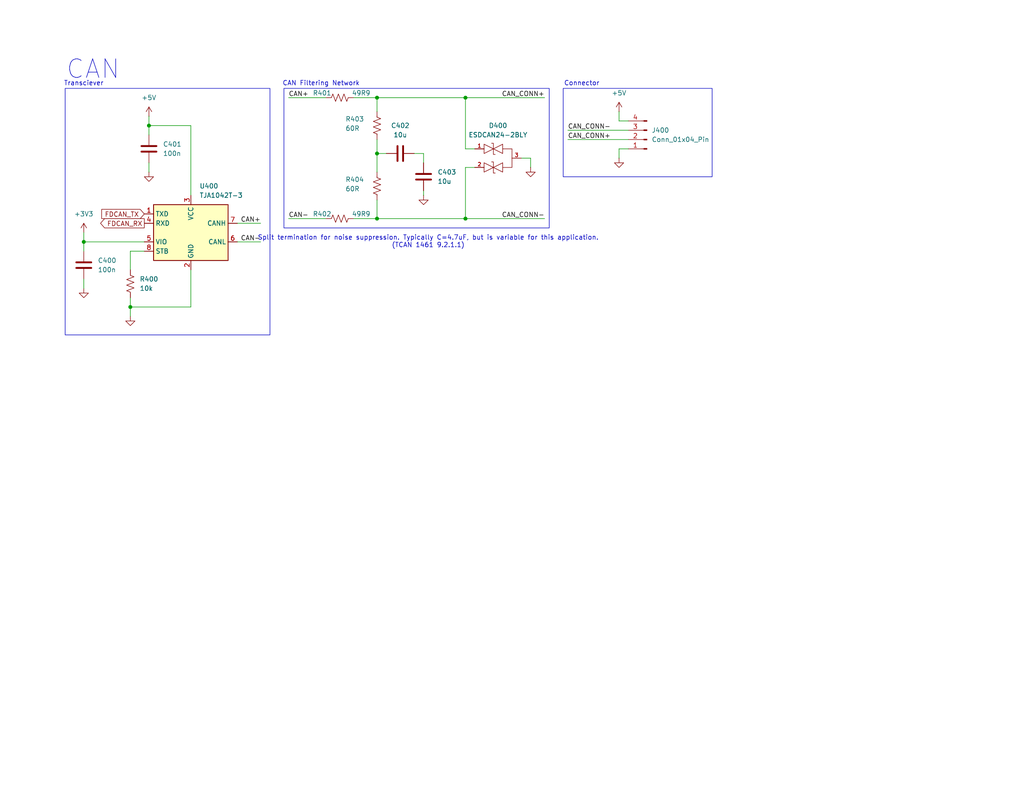
<source format=kicad_sch>
(kicad_sch (version 20250114) (generator "eeschema") (generator_version "9.0")
  (paper "USLetter")
  (title_block (title "Thermocouple Board") (date "2025-10-07") (rev "1A") (company "Aggie Propulsion and Rocketry Lab") (comment 1 "Drawn by: Nolan Poe") (comment 2 "Checked by: Daniel Fan"))
  (lib_symbols
    (symbol "Connector:Conn_01x04_Pin" (pin_names (offset 1.016) (hide yes))
      (property "Reference" "J" (at 0 5.08 0))
      (property "Value" "Conn_01x04_Pin" (at 0 -7.62 0))
      (symbol "Conn_01x04_Pin_1_1"
        (rectangle (start 0.8636 2.667) (end 0 2.413) (stroke (width 0.1524)) (fill (type outline)))
        (rectangle (start 0.8636 0.127) (end 0 -0.127) (stroke (width 0.1524)) (fill (type outline)))
        (rectangle (start 0.8636 -2.413) (end 0 -2.667) (stroke (width 0.1524)) (fill (type outline)))
        (rectangle (start 0.8636 -4.953) (end 0 -5.207) (stroke (width 0.1524)) (fill (type outline)))
        (polyline (pts (xy 1.27 2.54) (xy 0.8636 2.54)) (stroke (width 0.1524)))
        (polyline (pts (xy 1.27 0) (xy 0.8636 0)) (stroke (width 0.1524)))
        (polyline (pts (xy 1.27 -2.54) (xy 0.8636 -2.54)) (stroke (width 0.1524)))
        (polyline (pts (xy 1.27 -5.08) (xy 0.8636 -5.08)) (stroke (width 0.1524)))
        (pin passive line (at 5.08 2.54 180) (length 3.81) (name "Pin_1") (number "1"))
        (pin passive line (at 5.08 0 180) (length 3.81) (name "Pin_2") (number "2"))
        (pin passive line (at 5.08 -2.54 180) (length 3.81) (name "Pin_3") (number "3"))
        (pin passive line (at 5.08 -5.08 180) (length 3.81) (name "Pin_4") (number "4"))
      )
    )
    (symbol "Device:C" (pin_numbers (hide yes)) (pin_names (offset 0.254))
      (property "Reference" "C" (at 0.635 2.54 0))
      (property "Value" "C" (at 0.635 -2.54 0))
      (symbol "C_0_1"
        (polyline (pts (xy -2.032 0.762) (xy 2.032 0.762)) (stroke (width 0.508)))
        (polyline (pts (xy -2.032 -0.762) (xy 2.032 -0.762)) (stroke (width 0.508)))
      )
      (symbol "C_1_1"
        (pin passive line (at 0 3.81 270) (length 2.794) (name "~") (number "1"))
        (pin passive line (at 0 -3.81 90) (length 2.794) (name "~") (number "2"))
      )
    )
    (symbol "Device:R_US" (pin_numbers (hide yes)) (pin_names (offset 0))
      (property "Reference" "R" (at 2.54 0 90))
      (property "Value" "R_US" (at -2.54 0 90))
      (symbol "R_US_0_1"
        (polyline (pts (xy 0 2.286) (xy 0 2.54)))
        (polyline (pts (xy 0 2.286) (xy 1.016 1.905) (xy 0 1.524) (xy -1.016 1.143) (xy 0 0.762)))
        (polyline (pts (xy 0 0.762) (xy 1.016 0.381) (xy 0 0) (xy -1.016 -0.381) (xy 0 -0.762)))
        (polyline (pts (xy 0 -0.762) (xy 1.016 -1.143) (xy 0 -1.524) (xy -1.016 -1.905) (xy 0 -2.286)))
        (polyline (pts (xy 0 -2.286) (xy 0 -2.54)))
      )
      (symbol "R_US_1_1"
        (pin passive line (at 0 3.81 270) (length 1.27) (name "~") (number "1"))
        (pin passive line (at 0 -3.81 90) (length 1.27) (name "~") (number "2"))
      )
    )
    (symbol "Interface_CAN_LIN:TJA1042T-3"
      (property "Reference" "U" (at -10.16 8.89 0))
      (property "Value" "TJA1042T-3" (at 1.27 8.89 0))
      (symbol "TJA1042T-3_0_1"
        (rectangle (start -10.16 7.62) (end 10.16 -7.62) (stroke (width 0.254)) (fill (type background)))
      )
      (symbol "TJA1042T-3_1_1"
        (pin input line (at -12.7 5.08 0) (length 2.54) (name "TXD") (number "1"))
        (pin output line (at -12.7 2.54 0) (length 2.54) (name "RXD") (number "4"))
        (pin power_in line (at -12.7 -2.54 0) (length 2.54) (name "VIO") (number "5"))
        (pin input line (at -12.7 -5.08 0) (length 2.54) (name "STB") (number "8"))
        (pin power_in line (at 0 10.16 270) (length 2.54) (name "VCC") (number "3"))
        (pin power_in line (at 0 -10.16 90) (length 2.54) (name "GND") (number "2"))
        (pin bidirectional line (at 12.7 2.54 180) (length 2.54) (name "CANH") (number "7"))
        (pin bidirectional line (at 12.7 -2.54 180) (length 2.54) (name "CANL") (number "6"))
      )
    )
    (symbol "lcsc:ESDCAN24-2BLY"
      (property "Reference" "D" (at 0 1.27 0))
      (property "Value" "ESDCAN24-2BLY" (at 1.27 -7.62 0))
      (symbol "ESDCAN24-2BLY_0_1"
        (polyline (pts (xy -4.064 -0.508) (xy -4.064 -0.508) (xy -4.064 0) (xy -1.016 0) (xy -1.016 0.508) (xy -1.016 0.508)))
        (polyline (pts (xy -2.54 2.54) (xy -2.54 5.08) (xy 2.54 5.08) (xy 2.54 2.54)))
        (polyline (pts (xy 1.016 -0.508) (xy 1.016 -0.508) (xy 1.016 0) (xy 4.064 0) (xy 4.064 0.508) (xy 4.064 0.508)))
      )
      (symbol "ESDCAN24-2BLY_1_1"
        (polyline (pts (xy -3.81 2.54) (xy -2.54 0) (xy -1.27 2.54) (xy -3.81 2.54)))
        (polyline (pts (xy -3.81 -2.54) (xy -2.54 0) (xy -1.27 -2.54) (xy -3.81 -2.54)))
        (polyline (pts (xy 1.27 2.54) (xy 2.54 0) (xy 3.81 2.54) (xy 1.27 2.54)))
        (polyline (pts (xy 1.27 -2.54) (xy 2.54 0) (xy 3.81 -2.54) (xy 1.27 -2.54)))
        (pin input line (at -2.54 -5.08 90) (length 2.54) (name "") (number "1"))
        (pin power_in line (at 0 7.62 270) (length 2.54) (name "") (number "3"))
        (pin input line (at 2.54 -5.08 90) (length 2.54) (name "") (number "2"))
      )
    )
    (symbol "power:+3V3" (power) (pin_numbers (hide yes)) (pin_names (offset 0) (hide yes))
      (property "Value" "+3V3" (at 0 3.556 0))
      (symbol "+3V3_0_1"
        (polyline (pts (xy -0.762 1.27) (xy 0 2.54)))
        (polyline (pts (xy 0 2.54) (xy 0.762 1.27)))
        (polyline (pts (xy 0 0) (xy 0 2.54)))
      )
      (symbol "+3V3_1_1"
        (pin power_in line (at 0 0 90) (length 0) (name "~") (number "1"))
      )
    )
    (symbol "power:+5V" (power) (pin_numbers (hide yes)) (pin_names (offset 0) (hide yes))
      (property "Value" "+5V" (at 0 3.556 0))
      (symbol "+5V_0_1"
        (polyline (pts (xy -0.762 1.27) (xy 0 2.54)))
        (polyline (pts (xy 0 2.54) (xy 0.762 1.27)))
        (polyline (pts (xy 0 0) (xy 0 2.54)))
      )
      (symbol "+5V_1_1"
        (pin power_in line (at 0 0 90) (length 0) (name "~") (number "1"))
      )
    )
    (symbol "power:GND" (power) (pin_numbers (hide yes)) (pin_names (offset 0) (hide yes))
      (property "Value" "GND" (at 0 -3.81 0))
      (symbol "GND_0_1"
        (polyline (pts (xy 0 0) (xy 0 -1.27) (xy 1.27 -1.27) (xy 0 -2.54) (xy -1.27 -1.27) (xy 0 -1.27)))
      )
      (symbol "GND_1_1"
        (pin power_in line (at 0 0 270) (length 0) (name "~") (number "1"))
      )
    )
  )
  (rectangle (start 77.47 24.13) (end 149.86 62.23))
  (rectangle (start 153.67 24.13) (end 194.31 48.26))
  (rectangle (start 17.78 24.13) (end 73.66 91.44))
  (text "Split termination for noise suppression. Typically C=4.7uF, but is variable for this application.\n(TCAN 1461 9.2.1.1)" (at 116.84 66.04 0) (effects (font (size 1.27 1.27))))
  (text "CAN" (at 25.4 19.05 0) (effects (font (size 5.08 5.08))))
  (text "Transciever" (at 22.86 22.86 0) (effects (font (size 1.27 1.27))))
  (text "CAN Filtering Network" (at 87.63 22.86 0) (effects (font (size 1.27 1.27))))
  (text "Connector" (at 158.75 22.86 0) (effects (font (size 1.27 1.27))))
  (junction (at 102.87 41.91))
  (junction (at 102.87 59.69))
  (junction (at 127 59.69))
  (junction (at 40.64 34.29))
  (junction (at 127 26.67))
  (junction (at 35.56 83.82))
  (junction (at 102.87 26.67))
  (junction (at 22.86 66.04))
  (wire (pts (xy 168.91 33.02) (xy 171.45 33.02)))
  (wire (pts (xy 22.86 63.5) (xy 22.86 66.04)))
  (wire (pts (xy 142.24 43.18) (xy 144.78 43.18)))
  (wire (pts (xy 102.87 41.91) (xy 102.87 46.99)))
  (wire (pts (xy 40.64 34.29) (xy 40.64 36.83)))
  (wire (pts (xy 168.91 43.18) (xy 168.91 40.64)))
  (wire (pts (xy 129.54 40.64) (xy 127 40.64)))
  (wire (pts (xy 96.52 26.67) (xy 102.87 26.67)))
  (wire (pts (xy 127 59.69) (xy 148.59 59.69)))
  (wire (pts (xy 115.57 52.07) (xy 115.57 53.34)))
  (wire (pts (xy 127 26.67) (xy 127 40.64)))
  (wire (pts (xy 39.37 68.58) (xy 35.56 68.58)))
  (wire (pts (xy 64.77 66.04) (xy 71.12 66.04)))
  (wire (pts (xy 40.64 46.99) (xy 40.64 44.45)))
  (wire (pts (xy 40.64 31.75) (xy 40.64 34.29)))
  (wire (pts (xy 78.74 59.69) (xy 88.9 59.69)))
  (wire (pts (xy 102.87 38.1) (xy 102.87 41.91)))
  (wire (pts (xy 144.78 43.18) (xy 144.78 45.72)))
  (wire (pts (xy 115.57 41.91) (xy 115.57 44.45)))
  (wire (pts (xy 78.74 26.67) (xy 88.9 26.67)))
  (wire (pts (xy 113.03 41.91) (xy 115.57 41.91)))
  (wire (pts (xy 102.87 54.61) (xy 102.87 59.69)))
  (wire (pts (xy 127 26.67) (xy 148.59 26.67)))
  (wire (pts (xy 102.87 41.91) (xy 105.41 41.91)))
  (wire (pts (xy 102.87 26.67) (xy 102.87 30.48)))
  (wire (pts (xy 22.86 66.04) (xy 39.37 66.04)))
  (wire (pts (xy 129.54 45.72) (xy 127 45.72)))
  (wire (pts (xy 64.77 60.96) (xy 71.12 60.96)))
  (wire (pts (xy 22.86 68.58) (xy 22.86 66.04)))
  (wire (pts (xy 52.07 83.82) (xy 52.07 73.66)))
  (wire (pts (xy 168.91 40.64) (xy 171.45 40.64)))
  (wire (pts (xy 102.87 59.69) (xy 127 59.69)))
  (wire (pts (xy 40.64 34.29) (xy 52.07 34.29)))
  (wire (pts (xy 35.56 83.82) (xy 35.56 81.28)))
  (wire (pts (xy 35.56 68.58) (xy 35.56 73.66)))
  (wire (pts (xy 22.86 78.74) (xy 22.86 76.2)))
  (wire (pts (xy 127 45.72) (xy 127 59.69)))
  (wire (pts (xy 154.94 35.56) (xy 171.45 35.56)))
  (wire (pts (xy 168.91 30.48) (xy 168.91 33.02)))
  (wire (pts (xy 154.94 38.1) (xy 171.45 38.1)))
  (wire (pts (xy 96.52 59.69) (xy 102.87 59.69)))
  (wire (pts (xy 35.56 83.82) (xy 52.07 83.82)))
  (wire (pts (xy 102.87 26.67) (xy 127 26.67)))
  (wire (pts (xy 52.07 34.29) (xy 52.07 53.34)))
  (wire (pts (xy 35.56 86.36) (xy 35.56 83.82)))
  (label "CAN_CONN+" (at 154.94 38.1 0))
  (label "CAN+" (at 71.12 60.96 180))
  (label "CAN_CONN-" (at 154.94 35.56 0))
  (label "CAN+" (at 78.74 26.67 0))
  (label "CAN_CONN-" (at 148.59 59.69 180))
  (label "CAN-" (at 78.74 59.69 0))
  (label "CAN-" (at 71.12 66.04 180))
  (label "CAN_CONN+" (at 148.59 26.67 180))
  (global_label "FDCAN_TX" (shape input) (at 39.37 58.42 180) (property "Intersheetrefs" "${INTERSHEET_REFS}" (effects (hide yes))))
  (global_label "FDCAN_RX" (shape output) (at 39.37 60.96 180) (property "Intersheetrefs" "${INTERSHEET_REFS}" (effects (hide yes))))
  (symbol (lib_id "Device:C") (at 40.64 40.64 0) (unit 1)
    (property "Reference" "C401" (at 44.45 39.3699 0) (effects (justify left)))
    (property "Value" "100n" (at 44.45 41.9099 0) (effects (justify left)))
    (property "Footprint" "Capacitor_SMD:C_0402_1005Metric" (effects (hide yes)))
    (property "Description" "Unpolarized capacitor" (effects (hide yes)))
  )
  (symbol (lib_id "power:GND") (at 115.57 53.34 0) (unit 1)
    (property "Reference" "#PWR0405" (effects (hide yes)))
    (property "Value" "GND" (effects (hide yes)))
    (property "Description" "Power symbol creates a global label with name \"GND\" , ground" (effects (hide yes)))
  )
  (symbol (lib_id "power:+3V3") (at 22.86 63.5 0) (unit 1)
    (property "Reference" "#PWR0224" (effects (hide yes)))
    (property "Value" "+3V3" (at 22.86 58.42 0))
    (property "Description" "Power symbol creates a global label with name \"+3V3\"" (effects (hide yes)))
  )
  (symbol (lib_id "power:GND") (at 35.56 86.36 0) (unit 1)
    (property "Reference" "#PWR0402" (effects (hide yes)))
    (property "Value" "GND" (effects (hide yes)))
    (property "Description" "Power symbol creates a global label with name \"GND\" , ground" (effects (hide yes)))
  )
  (symbol (lib_id "lcsc:ESDCAN24-2BLY") (at 134.62 43.18 270) (unit 1)
    (property "Reference" "D400" (at 135.89 34.29 90))
    (property "Value" "ESDCAN24-2BLY" (at 135.89 36.83 90))
    (property "Footprint" "Package_TO_SOT_SMD:SOT-23-3" (effects (hide yes)))
    (property "Datasheet" "https://item.szlcsc.com/139341.html" (effects (hide yes)))
    (property "LCSC" "C246766" (effects (hide yes)))
  )
  (symbol (lib_id "Device:R_US") (at 35.56 77.47 0) (unit 1)
    (property "Reference" "R400" (at 38.1 76.1999 0) (effects (justify left)))
    (property "Value" "10k" (at 38.1 78.7399 0) (effects (justify left)))
    (property "Footprint" "Resistor_SMD:R_0402_1005Metric" (effects (hide yes)))
    (property "Description" "Resistor, US symbol" (effects (hide yes)))
  )
  (symbol (lib_id "power:+5V") (at 168.91 30.48 0) (unit 1)
    (property "Reference" "#PWR0407" (effects (hide yes)))
    (property "Value" "+5V" (at 168.91 25.4 0))
    (property "Description" "Power symbol creates a global label with name \"+5V\"" (effects (hide yes)))
  )
  (symbol (lib_id "Device:R_US") (at 102.87 50.8 0) (unit 1)
    (property "Reference" "R404" (at 94.234 49.022 0) (effects (justify left)))
    (property "Value" "60R" (at 94.234 51.562 0) (effects (justify left)))
    (property "Footprint" "Resistor_SMD:R_0402_1005Metric" (effects (hide yes)))
    (property "Description" "Resistor, US symbol" (effects (hide yes)))
  )
  (symbol (lib_id "power:GND") (at 144.78 45.72 0) (unit 1)
    (property "Reference" "#PWR0406" (effects (hide yes)))
    (property "Value" "GND" (effects (hide yes)))
    (property "Description" "Power symbol creates a global label with name \"GND\" , ground" (effects (hide yes)))
  )
  (symbol (lib_id "power:GND") (at 168.91 43.18 0) (unit 1)
    (property "Reference" "#PWR0408" (effects (hide yes)))
    (property "Value" "GND" (effects (hide yes)))
    (property "Description" "Power symbol creates a global label with name \"GND\" , ground" (effects (hide yes)))
  )
  (symbol (lib_id "Device:R_US") (at 92.71 59.69 90) (unit 1)
    (property "Reference" "R402" (at 87.884 58.42 90))
    (property "Value" "49R9" (at 98.552 58.42 90))
    (property "Footprint" "Resistor_SMD:R_0402_1005Metric" (effects (hide yes)))
    (property "Description" "Resistor, US symbol" (effects (hide yes)))
  )
  (symbol (lib_id "Device:R_US") (at 92.71 26.67 90) (unit 1)
    (property "Reference" "R401" (at 87.884 25.4 90))
    (property "Value" "49R9" (at 98.552 25.4 90))
    (property "Footprint" "Resistor_SMD:R_0402_1005Metric" (effects (hide yes)))
    (property "Description" "Resistor, US symbol" (effects (hide yes)))
  )
  (symbol (lib_id "power:GND") (at 22.86 78.74 0) (unit 1)
    (property "Reference" "#PWR0401" (effects (hide yes)))
    (property "Value" "GND" (effects (hide yes)))
    (property "Description" "Power symbol creates a global label with name \"GND\" , ground" (effects (hide yes)))
  )
  (symbol (lib_id "Interface_CAN_LIN:TJA1042T-3") (at 52.07 63.5 0) (unit 1)
    (property "Reference" "U400" (at 54.4195 50.8 0) (effects (justify left)))
    (property "Value" "TJA1042T-3" (at 54.4195 53.34 0) (effects (justify left)))
    (property "Footprint" "Package_SO:SOIC-8_3.9x4.9mm_P1.27mm" (effects (hide yes)))
    (property "Datasheet" "http://www.nxp.com/docs/en/data-sheet/TJA1042.pdf" (effects (hide yes)))
    (property "Description" "High-Speed CAN Transceiver, separate VIO, standby mode, SOIC-8" (effects (hide yes)))
  )
  (symbol (lib_id "power:GND") (at 40.64 46.99 0) (unit 1)
    (property "Reference" "#PWR0404" (effects (hide yes)))
    (property "Value" "GND" (effects (hide yes)))
    (property "Description" "Power symbol creates a global label with name \"GND\" , ground" (effects (hide yes)))
  )
  (symbol (lib_id "Device:C") (at 109.22 41.91 90) (unit 1)
    (property "Reference" "C402" (at 109.22 34.29 90))
    (property "Value" "10u" (at 109.22 36.83 90))
    (property "Footprint" "Capacitor_SMD:C_0603_1608Metric" (effects (hide yes)))
    (property "Description" "Unpolarized capacitor" (effects (hide yes)))
  )
  (symbol (lib_id "power:+5V") (at 40.64 31.75 0) (unit 1)
    (property "Reference" "#PWR0403" (effects (hide yes)))
    (property "Value" "+5V" (at 40.64 26.67 0))
    (property "Description" "Power symbol creates a global label with name \"+5V\"" (effects (hide yes)))
  )
  (symbol (lib_id "Device:C") (at 22.86 72.39 0) (unit 1)
    (property "Reference" "C400" (at 26.67 71.1199 0) (effects (justify left)))
    (property "Value" "100n" (at 26.67 73.6599 0) (effects (justify left)))
    (property "Footprint" "Capacitor_SMD:C_0402_1005Metric" (effects (hide yes)))
    (property "Description" "Unpolarized capacitor" (effects (hide yes)))
  )
  (symbol (lib_id "Device:C") (at 115.57 48.26 180) (unit 1)
    (property "Reference" "C403" (at 119.38 46.9899 0) (effects (justify right)))
    (property "Value" "10u" (at 119.38 49.5299 0) (effects (justify right)))
    (property "Footprint" "Capacitor_SMD:C_0603_1608Metric" (effects (hide yes)))
    (property "Description" "Unpolarized capacitor" (effects (hide yes)))
  )
  (symbol (lib_id "Connector:Conn_01x04_Pin") (at 176.53 38.1 180) (unit 1)
    (property "Reference" "J400" (at 177.8 35.5599 0) (effects (justify right)))
    (property "Value" "Conn_01x04_Pin" (at 177.8 38.0999 0) (effects (justify right)))
    (property "Footprint" "Connector_PinHeader_2.54mm:PinHeader_1x04_P2.54mm_Vertical" (effects (hide yes)))
    (property "Description" "Generic connector, single row, 01x04, script generated" (effects (hide yes)))
  )
  (symbol (lib_id "Device:R_US") (at 102.87 34.29 0) (unit 1)
    (property "Reference" "R403" (at 94.234 32.512 0) (effects (justify left)))
    (property "Value" "60R" (at 94.234 35.052 0) (effects (justify left)))
    (property "Footprint" "Resistor_SMD:R_0402_1005Metric" (effects (hide yes)))
    (property "Description" "Resistor, US symbol" (effects (hide yes)))
  )
)
</source>
